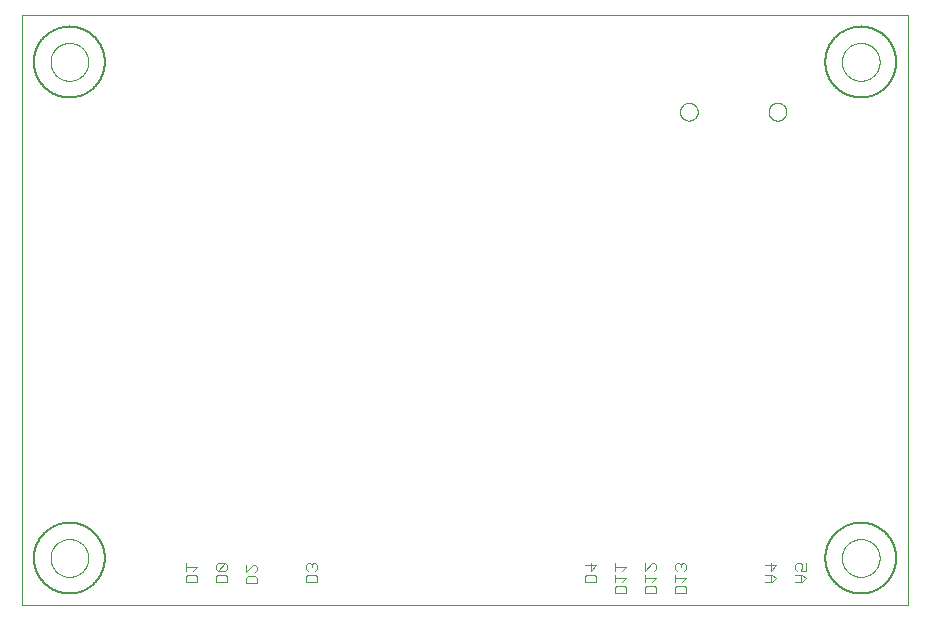
<source format=gbo>
G75*
%MOIN*%
%OFA0B0*%
%FSLAX25Y25*%
%IPPOS*%
%LPD*%
%AMOC8*
5,1,8,0,0,1.08239X$1,22.5*
%
%ADD10C,0.00000*%
%ADD11C,0.00400*%
%ADD12C,0.00709*%
D10*
X0048837Y0076492D02*
X0048837Y0273343D01*
X0344113Y0273343D01*
X0344113Y0076492D01*
X0048837Y0076492D01*
X0058286Y0092240D02*
X0058288Y0092398D01*
X0058294Y0092556D01*
X0058304Y0092714D01*
X0058318Y0092872D01*
X0058336Y0093029D01*
X0058357Y0093186D01*
X0058383Y0093342D01*
X0058413Y0093498D01*
X0058446Y0093653D01*
X0058484Y0093806D01*
X0058525Y0093959D01*
X0058570Y0094111D01*
X0058619Y0094262D01*
X0058672Y0094411D01*
X0058728Y0094559D01*
X0058788Y0094705D01*
X0058852Y0094850D01*
X0058920Y0094993D01*
X0058991Y0095135D01*
X0059065Y0095275D01*
X0059143Y0095412D01*
X0059225Y0095548D01*
X0059309Y0095682D01*
X0059398Y0095813D01*
X0059489Y0095942D01*
X0059584Y0096069D01*
X0059681Y0096194D01*
X0059782Y0096316D01*
X0059886Y0096435D01*
X0059993Y0096552D01*
X0060103Y0096666D01*
X0060216Y0096777D01*
X0060331Y0096886D01*
X0060449Y0096991D01*
X0060570Y0097093D01*
X0060693Y0097193D01*
X0060819Y0097289D01*
X0060947Y0097382D01*
X0061077Y0097472D01*
X0061210Y0097558D01*
X0061345Y0097642D01*
X0061481Y0097721D01*
X0061620Y0097798D01*
X0061761Y0097870D01*
X0061903Y0097940D01*
X0062047Y0098005D01*
X0062193Y0098067D01*
X0062340Y0098125D01*
X0062489Y0098180D01*
X0062639Y0098231D01*
X0062790Y0098278D01*
X0062942Y0098321D01*
X0063095Y0098360D01*
X0063250Y0098396D01*
X0063405Y0098427D01*
X0063561Y0098455D01*
X0063717Y0098479D01*
X0063874Y0098499D01*
X0064032Y0098515D01*
X0064189Y0098527D01*
X0064348Y0098535D01*
X0064506Y0098539D01*
X0064664Y0098539D01*
X0064822Y0098535D01*
X0064981Y0098527D01*
X0065138Y0098515D01*
X0065296Y0098499D01*
X0065453Y0098479D01*
X0065609Y0098455D01*
X0065765Y0098427D01*
X0065920Y0098396D01*
X0066075Y0098360D01*
X0066228Y0098321D01*
X0066380Y0098278D01*
X0066531Y0098231D01*
X0066681Y0098180D01*
X0066830Y0098125D01*
X0066977Y0098067D01*
X0067123Y0098005D01*
X0067267Y0097940D01*
X0067409Y0097870D01*
X0067550Y0097798D01*
X0067689Y0097721D01*
X0067825Y0097642D01*
X0067960Y0097558D01*
X0068093Y0097472D01*
X0068223Y0097382D01*
X0068351Y0097289D01*
X0068477Y0097193D01*
X0068600Y0097093D01*
X0068721Y0096991D01*
X0068839Y0096886D01*
X0068954Y0096777D01*
X0069067Y0096666D01*
X0069177Y0096552D01*
X0069284Y0096435D01*
X0069388Y0096316D01*
X0069489Y0096194D01*
X0069586Y0096069D01*
X0069681Y0095942D01*
X0069772Y0095813D01*
X0069861Y0095682D01*
X0069945Y0095548D01*
X0070027Y0095412D01*
X0070105Y0095275D01*
X0070179Y0095135D01*
X0070250Y0094993D01*
X0070318Y0094850D01*
X0070382Y0094705D01*
X0070442Y0094559D01*
X0070498Y0094411D01*
X0070551Y0094262D01*
X0070600Y0094111D01*
X0070645Y0093959D01*
X0070686Y0093806D01*
X0070724Y0093653D01*
X0070757Y0093498D01*
X0070787Y0093342D01*
X0070813Y0093186D01*
X0070834Y0093029D01*
X0070852Y0092872D01*
X0070866Y0092714D01*
X0070876Y0092556D01*
X0070882Y0092398D01*
X0070884Y0092240D01*
X0070882Y0092082D01*
X0070876Y0091924D01*
X0070866Y0091766D01*
X0070852Y0091608D01*
X0070834Y0091451D01*
X0070813Y0091294D01*
X0070787Y0091138D01*
X0070757Y0090982D01*
X0070724Y0090827D01*
X0070686Y0090674D01*
X0070645Y0090521D01*
X0070600Y0090369D01*
X0070551Y0090218D01*
X0070498Y0090069D01*
X0070442Y0089921D01*
X0070382Y0089775D01*
X0070318Y0089630D01*
X0070250Y0089487D01*
X0070179Y0089345D01*
X0070105Y0089205D01*
X0070027Y0089068D01*
X0069945Y0088932D01*
X0069861Y0088798D01*
X0069772Y0088667D01*
X0069681Y0088538D01*
X0069586Y0088411D01*
X0069489Y0088286D01*
X0069388Y0088164D01*
X0069284Y0088045D01*
X0069177Y0087928D01*
X0069067Y0087814D01*
X0068954Y0087703D01*
X0068839Y0087594D01*
X0068721Y0087489D01*
X0068600Y0087387D01*
X0068477Y0087287D01*
X0068351Y0087191D01*
X0068223Y0087098D01*
X0068093Y0087008D01*
X0067960Y0086922D01*
X0067825Y0086838D01*
X0067689Y0086759D01*
X0067550Y0086682D01*
X0067409Y0086610D01*
X0067267Y0086540D01*
X0067123Y0086475D01*
X0066977Y0086413D01*
X0066830Y0086355D01*
X0066681Y0086300D01*
X0066531Y0086249D01*
X0066380Y0086202D01*
X0066228Y0086159D01*
X0066075Y0086120D01*
X0065920Y0086084D01*
X0065765Y0086053D01*
X0065609Y0086025D01*
X0065453Y0086001D01*
X0065296Y0085981D01*
X0065138Y0085965D01*
X0064981Y0085953D01*
X0064822Y0085945D01*
X0064664Y0085941D01*
X0064506Y0085941D01*
X0064348Y0085945D01*
X0064189Y0085953D01*
X0064032Y0085965D01*
X0063874Y0085981D01*
X0063717Y0086001D01*
X0063561Y0086025D01*
X0063405Y0086053D01*
X0063250Y0086084D01*
X0063095Y0086120D01*
X0062942Y0086159D01*
X0062790Y0086202D01*
X0062639Y0086249D01*
X0062489Y0086300D01*
X0062340Y0086355D01*
X0062193Y0086413D01*
X0062047Y0086475D01*
X0061903Y0086540D01*
X0061761Y0086610D01*
X0061620Y0086682D01*
X0061481Y0086759D01*
X0061345Y0086838D01*
X0061210Y0086922D01*
X0061077Y0087008D01*
X0060947Y0087098D01*
X0060819Y0087191D01*
X0060693Y0087287D01*
X0060570Y0087387D01*
X0060449Y0087489D01*
X0060331Y0087594D01*
X0060216Y0087703D01*
X0060103Y0087814D01*
X0059993Y0087928D01*
X0059886Y0088045D01*
X0059782Y0088164D01*
X0059681Y0088286D01*
X0059584Y0088411D01*
X0059489Y0088538D01*
X0059398Y0088667D01*
X0059309Y0088798D01*
X0059225Y0088932D01*
X0059143Y0089068D01*
X0059065Y0089205D01*
X0058991Y0089345D01*
X0058920Y0089487D01*
X0058852Y0089630D01*
X0058788Y0089775D01*
X0058728Y0089921D01*
X0058672Y0090069D01*
X0058619Y0090218D01*
X0058570Y0090369D01*
X0058525Y0090521D01*
X0058484Y0090674D01*
X0058446Y0090827D01*
X0058413Y0090982D01*
X0058383Y0091138D01*
X0058357Y0091294D01*
X0058336Y0091451D01*
X0058318Y0091608D01*
X0058304Y0091766D01*
X0058294Y0091924D01*
X0058288Y0092082D01*
X0058286Y0092240D01*
X0268120Y0240992D02*
X0268122Y0241100D01*
X0268128Y0241209D01*
X0268138Y0241317D01*
X0268152Y0241424D01*
X0268170Y0241531D01*
X0268191Y0241638D01*
X0268217Y0241743D01*
X0268247Y0241848D01*
X0268280Y0241951D01*
X0268317Y0242053D01*
X0268358Y0242153D01*
X0268402Y0242252D01*
X0268451Y0242350D01*
X0268502Y0242445D01*
X0268557Y0242538D01*
X0268616Y0242630D01*
X0268678Y0242719D01*
X0268743Y0242806D01*
X0268811Y0242890D01*
X0268882Y0242972D01*
X0268956Y0243051D01*
X0269033Y0243127D01*
X0269113Y0243201D01*
X0269196Y0243271D01*
X0269281Y0243339D01*
X0269368Y0243403D01*
X0269458Y0243464D01*
X0269550Y0243522D01*
X0269644Y0243576D01*
X0269740Y0243627D01*
X0269837Y0243674D01*
X0269937Y0243718D01*
X0270038Y0243758D01*
X0270140Y0243794D01*
X0270243Y0243826D01*
X0270348Y0243855D01*
X0270454Y0243879D01*
X0270560Y0243900D01*
X0270667Y0243917D01*
X0270775Y0243930D01*
X0270883Y0243939D01*
X0270992Y0243944D01*
X0271100Y0243945D01*
X0271209Y0243942D01*
X0271317Y0243935D01*
X0271425Y0243924D01*
X0271532Y0243909D01*
X0271639Y0243890D01*
X0271745Y0243867D01*
X0271850Y0243841D01*
X0271955Y0243810D01*
X0272057Y0243776D01*
X0272159Y0243738D01*
X0272259Y0243696D01*
X0272358Y0243651D01*
X0272455Y0243602D01*
X0272549Y0243549D01*
X0272642Y0243493D01*
X0272733Y0243434D01*
X0272822Y0243371D01*
X0272908Y0243306D01*
X0272992Y0243237D01*
X0273073Y0243165D01*
X0273151Y0243090D01*
X0273227Y0243012D01*
X0273300Y0242931D01*
X0273370Y0242848D01*
X0273436Y0242763D01*
X0273500Y0242675D01*
X0273560Y0242584D01*
X0273617Y0242492D01*
X0273670Y0242397D01*
X0273720Y0242301D01*
X0273766Y0242203D01*
X0273809Y0242103D01*
X0273848Y0242002D01*
X0273883Y0241899D01*
X0273915Y0241796D01*
X0273942Y0241691D01*
X0273966Y0241585D01*
X0273986Y0241478D01*
X0274002Y0241371D01*
X0274014Y0241263D01*
X0274022Y0241155D01*
X0274026Y0241046D01*
X0274026Y0240938D01*
X0274022Y0240829D01*
X0274014Y0240721D01*
X0274002Y0240613D01*
X0273986Y0240506D01*
X0273966Y0240399D01*
X0273942Y0240293D01*
X0273915Y0240188D01*
X0273883Y0240085D01*
X0273848Y0239982D01*
X0273809Y0239881D01*
X0273766Y0239781D01*
X0273720Y0239683D01*
X0273670Y0239587D01*
X0273617Y0239492D01*
X0273560Y0239400D01*
X0273500Y0239309D01*
X0273436Y0239221D01*
X0273370Y0239136D01*
X0273300Y0239053D01*
X0273227Y0238972D01*
X0273151Y0238894D01*
X0273073Y0238819D01*
X0272992Y0238747D01*
X0272908Y0238678D01*
X0272822Y0238613D01*
X0272733Y0238550D01*
X0272642Y0238491D01*
X0272550Y0238435D01*
X0272455Y0238382D01*
X0272358Y0238333D01*
X0272259Y0238288D01*
X0272159Y0238246D01*
X0272057Y0238208D01*
X0271955Y0238174D01*
X0271850Y0238143D01*
X0271745Y0238117D01*
X0271639Y0238094D01*
X0271532Y0238075D01*
X0271425Y0238060D01*
X0271317Y0238049D01*
X0271209Y0238042D01*
X0271100Y0238039D01*
X0270992Y0238040D01*
X0270883Y0238045D01*
X0270775Y0238054D01*
X0270667Y0238067D01*
X0270560Y0238084D01*
X0270454Y0238105D01*
X0270348Y0238129D01*
X0270243Y0238158D01*
X0270140Y0238190D01*
X0270038Y0238226D01*
X0269937Y0238266D01*
X0269837Y0238310D01*
X0269740Y0238357D01*
X0269644Y0238408D01*
X0269550Y0238462D01*
X0269458Y0238520D01*
X0269368Y0238581D01*
X0269281Y0238645D01*
X0269196Y0238713D01*
X0269113Y0238783D01*
X0269033Y0238857D01*
X0268956Y0238933D01*
X0268882Y0239012D01*
X0268811Y0239094D01*
X0268743Y0239178D01*
X0268678Y0239265D01*
X0268616Y0239354D01*
X0268557Y0239446D01*
X0268502Y0239539D01*
X0268451Y0239634D01*
X0268402Y0239732D01*
X0268358Y0239831D01*
X0268317Y0239931D01*
X0268280Y0240033D01*
X0268247Y0240136D01*
X0268217Y0240241D01*
X0268191Y0240346D01*
X0268170Y0240453D01*
X0268152Y0240560D01*
X0268138Y0240667D01*
X0268128Y0240775D01*
X0268122Y0240884D01*
X0268120Y0240992D01*
X0297648Y0240992D02*
X0297650Y0241100D01*
X0297656Y0241209D01*
X0297666Y0241317D01*
X0297680Y0241424D01*
X0297698Y0241531D01*
X0297719Y0241638D01*
X0297745Y0241743D01*
X0297775Y0241848D01*
X0297808Y0241951D01*
X0297845Y0242053D01*
X0297886Y0242153D01*
X0297930Y0242252D01*
X0297979Y0242350D01*
X0298030Y0242445D01*
X0298085Y0242538D01*
X0298144Y0242630D01*
X0298206Y0242719D01*
X0298271Y0242806D01*
X0298339Y0242890D01*
X0298410Y0242972D01*
X0298484Y0243051D01*
X0298561Y0243127D01*
X0298641Y0243201D01*
X0298724Y0243271D01*
X0298809Y0243339D01*
X0298896Y0243403D01*
X0298986Y0243464D01*
X0299078Y0243522D01*
X0299172Y0243576D01*
X0299268Y0243627D01*
X0299365Y0243674D01*
X0299465Y0243718D01*
X0299566Y0243758D01*
X0299668Y0243794D01*
X0299771Y0243826D01*
X0299876Y0243855D01*
X0299982Y0243879D01*
X0300088Y0243900D01*
X0300195Y0243917D01*
X0300303Y0243930D01*
X0300411Y0243939D01*
X0300520Y0243944D01*
X0300628Y0243945D01*
X0300737Y0243942D01*
X0300845Y0243935D01*
X0300953Y0243924D01*
X0301060Y0243909D01*
X0301167Y0243890D01*
X0301273Y0243867D01*
X0301378Y0243841D01*
X0301483Y0243810D01*
X0301585Y0243776D01*
X0301687Y0243738D01*
X0301787Y0243696D01*
X0301886Y0243651D01*
X0301983Y0243602D01*
X0302077Y0243549D01*
X0302170Y0243493D01*
X0302261Y0243434D01*
X0302350Y0243371D01*
X0302436Y0243306D01*
X0302520Y0243237D01*
X0302601Y0243165D01*
X0302679Y0243090D01*
X0302755Y0243012D01*
X0302828Y0242931D01*
X0302898Y0242848D01*
X0302964Y0242763D01*
X0303028Y0242675D01*
X0303088Y0242584D01*
X0303145Y0242492D01*
X0303198Y0242397D01*
X0303248Y0242301D01*
X0303294Y0242203D01*
X0303337Y0242103D01*
X0303376Y0242002D01*
X0303411Y0241899D01*
X0303443Y0241796D01*
X0303470Y0241691D01*
X0303494Y0241585D01*
X0303514Y0241478D01*
X0303530Y0241371D01*
X0303542Y0241263D01*
X0303550Y0241155D01*
X0303554Y0241046D01*
X0303554Y0240938D01*
X0303550Y0240829D01*
X0303542Y0240721D01*
X0303530Y0240613D01*
X0303514Y0240506D01*
X0303494Y0240399D01*
X0303470Y0240293D01*
X0303443Y0240188D01*
X0303411Y0240085D01*
X0303376Y0239982D01*
X0303337Y0239881D01*
X0303294Y0239781D01*
X0303248Y0239683D01*
X0303198Y0239587D01*
X0303145Y0239492D01*
X0303088Y0239400D01*
X0303028Y0239309D01*
X0302964Y0239221D01*
X0302898Y0239136D01*
X0302828Y0239053D01*
X0302755Y0238972D01*
X0302679Y0238894D01*
X0302601Y0238819D01*
X0302520Y0238747D01*
X0302436Y0238678D01*
X0302350Y0238613D01*
X0302261Y0238550D01*
X0302170Y0238491D01*
X0302078Y0238435D01*
X0301983Y0238382D01*
X0301886Y0238333D01*
X0301787Y0238288D01*
X0301687Y0238246D01*
X0301585Y0238208D01*
X0301483Y0238174D01*
X0301378Y0238143D01*
X0301273Y0238117D01*
X0301167Y0238094D01*
X0301060Y0238075D01*
X0300953Y0238060D01*
X0300845Y0238049D01*
X0300737Y0238042D01*
X0300628Y0238039D01*
X0300520Y0238040D01*
X0300411Y0238045D01*
X0300303Y0238054D01*
X0300195Y0238067D01*
X0300088Y0238084D01*
X0299982Y0238105D01*
X0299876Y0238129D01*
X0299771Y0238158D01*
X0299668Y0238190D01*
X0299566Y0238226D01*
X0299465Y0238266D01*
X0299365Y0238310D01*
X0299268Y0238357D01*
X0299172Y0238408D01*
X0299078Y0238462D01*
X0298986Y0238520D01*
X0298896Y0238581D01*
X0298809Y0238645D01*
X0298724Y0238713D01*
X0298641Y0238783D01*
X0298561Y0238857D01*
X0298484Y0238933D01*
X0298410Y0239012D01*
X0298339Y0239094D01*
X0298271Y0239178D01*
X0298206Y0239265D01*
X0298144Y0239354D01*
X0298085Y0239446D01*
X0298030Y0239539D01*
X0297979Y0239634D01*
X0297930Y0239732D01*
X0297886Y0239831D01*
X0297845Y0239931D01*
X0297808Y0240033D01*
X0297775Y0240136D01*
X0297745Y0240241D01*
X0297719Y0240346D01*
X0297698Y0240453D01*
X0297680Y0240560D01*
X0297666Y0240667D01*
X0297656Y0240775D01*
X0297650Y0240884D01*
X0297648Y0240992D01*
X0322066Y0257594D02*
X0322068Y0257752D01*
X0322074Y0257910D01*
X0322084Y0258068D01*
X0322098Y0258226D01*
X0322116Y0258383D01*
X0322137Y0258540D01*
X0322163Y0258696D01*
X0322193Y0258852D01*
X0322226Y0259007D01*
X0322264Y0259160D01*
X0322305Y0259313D01*
X0322350Y0259465D01*
X0322399Y0259616D01*
X0322452Y0259765D01*
X0322508Y0259913D01*
X0322568Y0260059D01*
X0322632Y0260204D01*
X0322700Y0260347D01*
X0322771Y0260489D01*
X0322845Y0260629D01*
X0322923Y0260766D01*
X0323005Y0260902D01*
X0323089Y0261036D01*
X0323178Y0261167D01*
X0323269Y0261296D01*
X0323364Y0261423D01*
X0323461Y0261548D01*
X0323562Y0261670D01*
X0323666Y0261789D01*
X0323773Y0261906D01*
X0323883Y0262020D01*
X0323996Y0262131D01*
X0324111Y0262240D01*
X0324229Y0262345D01*
X0324350Y0262447D01*
X0324473Y0262547D01*
X0324599Y0262643D01*
X0324727Y0262736D01*
X0324857Y0262826D01*
X0324990Y0262912D01*
X0325125Y0262996D01*
X0325261Y0263075D01*
X0325400Y0263152D01*
X0325541Y0263224D01*
X0325683Y0263294D01*
X0325827Y0263359D01*
X0325973Y0263421D01*
X0326120Y0263479D01*
X0326269Y0263534D01*
X0326419Y0263585D01*
X0326570Y0263632D01*
X0326722Y0263675D01*
X0326875Y0263714D01*
X0327030Y0263750D01*
X0327185Y0263781D01*
X0327341Y0263809D01*
X0327497Y0263833D01*
X0327654Y0263853D01*
X0327812Y0263869D01*
X0327969Y0263881D01*
X0328128Y0263889D01*
X0328286Y0263893D01*
X0328444Y0263893D01*
X0328602Y0263889D01*
X0328761Y0263881D01*
X0328918Y0263869D01*
X0329076Y0263853D01*
X0329233Y0263833D01*
X0329389Y0263809D01*
X0329545Y0263781D01*
X0329700Y0263750D01*
X0329855Y0263714D01*
X0330008Y0263675D01*
X0330160Y0263632D01*
X0330311Y0263585D01*
X0330461Y0263534D01*
X0330610Y0263479D01*
X0330757Y0263421D01*
X0330903Y0263359D01*
X0331047Y0263294D01*
X0331189Y0263224D01*
X0331330Y0263152D01*
X0331469Y0263075D01*
X0331605Y0262996D01*
X0331740Y0262912D01*
X0331873Y0262826D01*
X0332003Y0262736D01*
X0332131Y0262643D01*
X0332257Y0262547D01*
X0332380Y0262447D01*
X0332501Y0262345D01*
X0332619Y0262240D01*
X0332734Y0262131D01*
X0332847Y0262020D01*
X0332957Y0261906D01*
X0333064Y0261789D01*
X0333168Y0261670D01*
X0333269Y0261548D01*
X0333366Y0261423D01*
X0333461Y0261296D01*
X0333552Y0261167D01*
X0333641Y0261036D01*
X0333725Y0260902D01*
X0333807Y0260766D01*
X0333885Y0260629D01*
X0333959Y0260489D01*
X0334030Y0260347D01*
X0334098Y0260204D01*
X0334162Y0260059D01*
X0334222Y0259913D01*
X0334278Y0259765D01*
X0334331Y0259616D01*
X0334380Y0259465D01*
X0334425Y0259313D01*
X0334466Y0259160D01*
X0334504Y0259007D01*
X0334537Y0258852D01*
X0334567Y0258696D01*
X0334593Y0258540D01*
X0334614Y0258383D01*
X0334632Y0258226D01*
X0334646Y0258068D01*
X0334656Y0257910D01*
X0334662Y0257752D01*
X0334664Y0257594D01*
X0334662Y0257436D01*
X0334656Y0257278D01*
X0334646Y0257120D01*
X0334632Y0256962D01*
X0334614Y0256805D01*
X0334593Y0256648D01*
X0334567Y0256492D01*
X0334537Y0256336D01*
X0334504Y0256181D01*
X0334466Y0256028D01*
X0334425Y0255875D01*
X0334380Y0255723D01*
X0334331Y0255572D01*
X0334278Y0255423D01*
X0334222Y0255275D01*
X0334162Y0255129D01*
X0334098Y0254984D01*
X0334030Y0254841D01*
X0333959Y0254699D01*
X0333885Y0254559D01*
X0333807Y0254422D01*
X0333725Y0254286D01*
X0333641Y0254152D01*
X0333552Y0254021D01*
X0333461Y0253892D01*
X0333366Y0253765D01*
X0333269Y0253640D01*
X0333168Y0253518D01*
X0333064Y0253399D01*
X0332957Y0253282D01*
X0332847Y0253168D01*
X0332734Y0253057D01*
X0332619Y0252948D01*
X0332501Y0252843D01*
X0332380Y0252741D01*
X0332257Y0252641D01*
X0332131Y0252545D01*
X0332003Y0252452D01*
X0331873Y0252362D01*
X0331740Y0252276D01*
X0331605Y0252192D01*
X0331469Y0252113D01*
X0331330Y0252036D01*
X0331189Y0251964D01*
X0331047Y0251894D01*
X0330903Y0251829D01*
X0330757Y0251767D01*
X0330610Y0251709D01*
X0330461Y0251654D01*
X0330311Y0251603D01*
X0330160Y0251556D01*
X0330008Y0251513D01*
X0329855Y0251474D01*
X0329700Y0251438D01*
X0329545Y0251407D01*
X0329389Y0251379D01*
X0329233Y0251355D01*
X0329076Y0251335D01*
X0328918Y0251319D01*
X0328761Y0251307D01*
X0328602Y0251299D01*
X0328444Y0251295D01*
X0328286Y0251295D01*
X0328128Y0251299D01*
X0327969Y0251307D01*
X0327812Y0251319D01*
X0327654Y0251335D01*
X0327497Y0251355D01*
X0327341Y0251379D01*
X0327185Y0251407D01*
X0327030Y0251438D01*
X0326875Y0251474D01*
X0326722Y0251513D01*
X0326570Y0251556D01*
X0326419Y0251603D01*
X0326269Y0251654D01*
X0326120Y0251709D01*
X0325973Y0251767D01*
X0325827Y0251829D01*
X0325683Y0251894D01*
X0325541Y0251964D01*
X0325400Y0252036D01*
X0325261Y0252113D01*
X0325125Y0252192D01*
X0324990Y0252276D01*
X0324857Y0252362D01*
X0324727Y0252452D01*
X0324599Y0252545D01*
X0324473Y0252641D01*
X0324350Y0252741D01*
X0324229Y0252843D01*
X0324111Y0252948D01*
X0323996Y0253057D01*
X0323883Y0253168D01*
X0323773Y0253282D01*
X0323666Y0253399D01*
X0323562Y0253518D01*
X0323461Y0253640D01*
X0323364Y0253765D01*
X0323269Y0253892D01*
X0323178Y0254021D01*
X0323089Y0254152D01*
X0323005Y0254286D01*
X0322923Y0254422D01*
X0322845Y0254559D01*
X0322771Y0254699D01*
X0322700Y0254841D01*
X0322632Y0254984D01*
X0322568Y0255129D01*
X0322508Y0255275D01*
X0322452Y0255423D01*
X0322399Y0255572D01*
X0322350Y0255723D01*
X0322305Y0255875D01*
X0322264Y0256028D01*
X0322226Y0256181D01*
X0322193Y0256336D01*
X0322163Y0256492D01*
X0322137Y0256648D01*
X0322116Y0256805D01*
X0322098Y0256962D01*
X0322084Y0257120D01*
X0322074Y0257278D01*
X0322068Y0257436D01*
X0322066Y0257594D01*
X0322066Y0092240D02*
X0322068Y0092398D01*
X0322074Y0092556D01*
X0322084Y0092714D01*
X0322098Y0092872D01*
X0322116Y0093029D01*
X0322137Y0093186D01*
X0322163Y0093342D01*
X0322193Y0093498D01*
X0322226Y0093653D01*
X0322264Y0093806D01*
X0322305Y0093959D01*
X0322350Y0094111D01*
X0322399Y0094262D01*
X0322452Y0094411D01*
X0322508Y0094559D01*
X0322568Y0094705D01*
X0322632Y0094850D01*
X0322700Y0094993D01*
X0322771Y0095135D01*
X0322845Y0095275D01*
X0322923Y0095412D01*
X0323005Y0095548D01*
X0323089Y0095682D01*
X0323178Y0095813D01*
X0323269Y0095942D01*
X0323364Y0096069D01*
X0323461Y0096194D01*
X0323562Y0096316D01*
X0323666Y0096435D01*
X0323773Y0096552D01*
X0323883Y0096666D01*
X0323996Y0096777D01*
X0324111Y0096886D01*
X0324229Y0096991D01*
X0324350Y0097093D01*
X0324473Y0097193D01*
X0324599Y0097289D01*
X0324727Y0097382D01*
X0324857Y0097472D01*
X0324990Y0097558D01*
X0325125Y0097642D01*
X0325261Y0097721D01*
X0325400Y0097798D01*
X0325541Y0097870D01*
X0325683Y0097940D01*
X0325827Y0098005D01*
X0325973Y0098067D01*
X0326120Y0098125D01*
X0326269Y0098180D01*
X0326419Y0098231D01*
X0326570Y0098278D01*
X0326722Y0098321D01*
X0326875Y0098360D01*
X0327030Y0098396D01*
X0327185Y0098427D01*
X0327341Y0098455D01*
X0327497Y0098479D01*
X0327654Y0098499D01*
X0327812Y0098515D01*
X0327969Y0098527D01*
X0328128Y0098535D01*
X0328286Y0098539D01*
X0328444Y0098539D01*
X0328602Y0098535D01*
X0328761Y0098527D01*
X0328918Y0098515D01*
X0329076Y0098499D01*
X0329233Y0098479D01*
X0329389Y0098455D01*
X0329545Y0098427D01*
X0329700Y0098396D01*
X0329855Y0098360D01*
X0330008Y0098321D01*
X0330160Y0098278D01*
X0330311Y0098231D01*
X0330461Y0098180D01*
X0330610Y0098125D01*
X0330757Y0098067D01*
X0330903Y0098005D01*
X0331047Y0097940D01*
X0331189Y0097870D01*
X0331330Y0097798D01*
X0331469Y0097721D01*
X0331605Y0097642D01*
X0331740Y0097558D01*
X0331873Y0097472D01*
X0332003Y0097382D01*
X0332131Y0097289D01*
X0332257Y0097193D01*
X0332380Y0097093D01*
X0332501Y0096991D01*
X0332619Y0096886D01*
X0332734Y0096777D01*
X0332847Y0096666D01*
X0332957Y0096552D01*
X0333064Y0096435D01*
X0333168Y0096316D01*
X0333269Y0096194D01*
X0333366Y0096069D01*
X0333461Y0095942D01*
X0333552Y0095813D01*
X0333641Y0095682D01*
X0333725Y0095548D01*
X0333807Y0095412D01*
X0333885Y0095275D01*
X0333959Y0095135D01*
X0334030Y0094993D01*
X0334098Y0094850D01*
X0334162Y0094705D01*
X0334222Y0094559D01*
X0334278Y0094411D01*
X0334331Y0094262D01*
X0334380Y0094111D01*
X0334425Y0093959D01*
X0334466Y0093806D01*
X0334504Y0093653D01*
X0334537Y0093498D01*
X0334567Y0093342D01*
X0334593Y0093186D01*
X0334614Y0093029D01*
X0334632Y0092872D01*
X0334646Y0092714D01*
X0334656Y0092556D01*
X0334662Y0092398D01*
X0334664Y0092240D01*
X0334662Y0092082D01*
X0334656Y0091924D01*
X0334646Y0091766D01*
X0334632Y0091608D01*
X0334614Y0091451D01*
X0334593Y0091294D01*
X0334567Y0091138D01*
X0334537Y0090982D01*
X0334504Y0090827D01*
X0334466Y0090674D01*
X0334425Y0090521D01*
X0334380Y0090369D01*
X0334331Y0090218D01*
X0334278Y0090069D01*
X0334222Y0089921D01*
X0334162Y0089775D01*
X0334098Y0089630D01*
X0334030Y0089487D01*
X0333959Y0089345D01*
X0333885Y0089205D01*
X0333807Y0089068D01*
X0333725Y0088932D01*
X0333641Y0088798D01*
X0333552Y0088667D01*
X0333461Y0088538D01*
X0333366Y0088411D01*
X0333269Y0088286D01*
X0333168Y0088164D01*
X0333064Y0088045D01*
X0332957Y0087928D01*
X0332847Y0087814D01*
X0332734Y0087703D01*
X0332619Y0087594D01*
X0332501Y0087489D01*
X0332380Y0087387D01*
X0332257Y0087287D01*
X0332131Y0087191D01*
X0332003Y0087098D01*
X0331873Y0087008D01*
X0331740Y0086922D01*
X0331605Y0086838D01*
X0331469Y0086759D01*
X0331330Y0086682D01*
X0331189Y0086610D01*
X0331047Y0086540D01*
X0330903Y0086475D01*
X0330757Y0086413D01*
X0330610Y0086355D01*
X0330461Y0086300D01*
X0330311Y0086249D01*
X0330160Y0086202D01*
X0330008Y0086159D01*
X0329855Y0086120D01*
X0329700Y0086084D01*
X0329545Y0086053D01*
X0329389Y0086025D01*
X0329233Y0086001D01*
X0329076Y0085981D01*
X0328918Y0085965D01*
X0328761Y0085953D01*
X0328602Y0085945D01*
X0328444Y0085941D01*
X0328286Y0085941D01*
X0328128Y0085945D01*
X0327969Y0085953D01*
X0327812Y0085965D01*
X0327654Y0085981D01*
X0327497Y0086001D01*
X0327341Y0086025D01*
X0327185Y0086053D01*
X0327030Y0086084D01*
X0326875Y0086120D01*
X0326722Y0086159D01*
X0326570Y0086202D01*
X0326419Y0086249D01*
X0326269Y0086300D01*
X0326120Y0086355D01*
X0325973Y0086413D01*
X0325827Y0086475D01*
X0325683Y0086540D01*
X0325541Y0086610D01*
X0325400Y0086682D01*
X0325261Y0086759D01*
X0325125Y0086838D01*
X0324990Y0086922D01*
X0324857Y0087008D01*
X0324727Y0087098D01*
X0324599Y0087191D01*
X0324473Y0087287D01*
X0324350Y0087387D01*
X0324229Y0087489D01*
X0324111Y0087594D01*
X0323996Y0087703D01*
X0323883Y0087814D01*
X0323773Y0087928D01*
X0323666Y0088045D01*
X0323562Y0088164D01*
X0323461Y0088286D01*
X0323364Y0088411D01*
X0323269Y0088538D01*
X0323178Y0088667D01*
X0323089Y0088798D01*
X0323005Y0088932D01*
X0322923Y0089068D01*
X0322845Y0089205D01*
X0322771Y0089345D01*
X0322700Y0089487D01*
X0322632Y0089630D01*
X0322568Y0089775D01*
X0322508Y0089921D01*
X0322452Y0090069D01*
X0322399Y0090218D01*
X0322350Y0090369D01*
X0322305Y0090521D01*
X0322264Y0090674D01*
X0322226Y0090827D01*
X0322193Y0090982D01*
X0322163Y0091138D01*
X0322137Y0091294D01*
X0322116Y0091451D01*
X0322098Y0091608D01*
X0322084Y0091766D01*
X0322074Y0091924D01*
X0322068Y0092082D01*
X0322066Y0092240D01*
X0058286Y0257594D02*
X0058288Y0257752D01*
X0058294Y0257910D01*
X0058304Y0258068D01*
X0058318Y0258226D01*
X0058336Y0258383D01*
X0058357Y0258540D01*
X0058383Y0258696D01*
X0058413Y0258852D01*
X0058446Y0259007D01*
X0058484Y0259160D01*
X0058525Y0259313D01*
X0058570Y0259465D01*
X0058619Y0259616D01*
X0058672Y0259765D01*
X0058728Y0259913D01*
X0058788Y0260059D01*
X0058852Y0260204D01*
X0058920Y0260347D01*
X0058991Y0260489D01*
X0059065Y0260629D01*
X0059143Y0260766D01*
X0059225Y0260902D01*
X0059309Y0261036D01*
X0059398Y0261167D01*
X0059489Y0261296D01*
X0059584Y0261423D01*
X0059681Y0261548D01*
X0059782Y0261670D01*
X0059886Y0261789D01*
X0059993Y0261906D01*
X0060103Y0262020D01*
X0060216Y0262131D01*
X0060331Y0262240D01*
X0060449Y0262345D01*
X0060570Y0262447D01*
X0060693Y0262547D01*
X0060819Y0262643D01*
X0060947Y0262736D01*
X0061077Y0262826D01*
X0061210Y0262912D01*
X0061345Y0262996D01*
X0061481Y0263075D01*
X0061620Y0263152D01*
X0061761Y0263224D01*
X0061903Y0263294D01*
X0062047Y0263359D01*
X0062193Y0263421D01*
X0062340Y0263479D01*
X0062489Y0263534D01*
X0062639Y0263585D01*
X0062790Y0263632D01*
X0062942Y0263675D01*
X0063095Y0263714D01*
X0063250Y0263750D01*
X0063405Y0263781D01*
X0063561Y0263809D01*
X0063717Y0263833D01*
X0063874Y0263853D01*
X0064032Y0263869D01*
X0064189Y0263881D01*
X0064348Y0263889D01*
X0064506Y0263893D01*
X0064664Y0263893D01*
X0064822Y0263889D01*
X0064981Y0263881D01*
X0065138Y0263869D01*
X0065296Y0263853D01*
X0065453Y0263833D01*
X0065609Y0263809D01*
X0065765Y0263781D01*
X0065920Y0263750D01*
X0066075Y0263714D01*
X0066228Y0263675D01*
X0066380Y0263632D01*
X0066531Y0263585D01*
X0066681Y0263534D01*
X0066830Y0263479D01*
X0066977Y0263421D01*
X0067123Y0263359D01*
X0067267Y0263294D01*
X0067409Y0263224D01*
X0067550Y0263152D01*
X0067689Y0263075D01*
X0067825Y0262996D01*
X0067960Y0262912D01*
X0068093Y0262826D01*
X0068223Y0262736D01*
X0068351Y0262643D01*
X0068477Y0262547D01*
X0068600Y0262447D01*
X0068721Y0262345D01*
X0068839Y0262240D01*
X0068954Y0262131D01*
X0069067Y0262020D01*
X0069177Y0261906D01*
X0069284Y0261789D01*
X0069388Y0261670D01*
X0069489Y0261548D01*
X0069586Y0261423D01*
X0069681Y0261296D01*
X0069772Y0261167D01*
X0069861Y0261036D01*
X0069945Y0260902D01*
X0070027Y0260766D01*
X0070105Y0260629D01*
X0070179Y0260489D01*
X0070250Y0260347D01*
X0070318Y0260204D01*
X0070382Y0260059D01*
X0070442Y0259913D01*
X0070498Y0259765D01*
X0070551Y0259616D01*
X0070600Y0259465D01*
X0070645Y0259313D01*
X0070686Y0259160D01*
X0070724Y0259007D01*
X0070757Y0258852D01*
X0070787Y0258696D01*
X0070813Y0258540D01*
X0070834Y0258383D01*
X0070852Y0258226D01*
X0070866Y0258068D01*
X0070876Y0257910D01*
X0070882Y0257752D01*
X0070884Y0257594D01*
X0070882Y0257436D01*
X0070876Y0257278D01*
X0070866Y0257120D01*
X0070852Y0256962D01*
X0070834Y0256805D01*
X0070813Y0256648D01*
X0070787Y0256492D01*
X0070757Y0256336D01*
X0070724Y0256181D01*
X0070686Y0256028D01*
X0070645Y0255875D01*
X0070600Y0255723D01*
X0070551Y0255572D01*
X0070498Y0255423D01*
X0070442Y0255275D01*
X0070382Y0255129D01*
X0070318Y0254984D01*
X0070250Y0254841D01*
X0070179Y0254699D01*
X0070105Y0254559D01*
X0070027Y0254422D01*
X0069945Y0254286D01*
X0069861Y0254152D01*
X0069772Y0254021D01*
X0069681Y0253892D01*
X0069586Y0253765D01*
X0069489Y0253640D01*
X0069388Y0253518D01*
X0069284Y0253399D01*
X0069177Y0253282D01*
X0069067Y0253168D01*
X0068954Y0253057D01*
X0068839Y0252948D01*
X0068721Y0252843D01*
X0068600Y0252741D01*
X0068477Y0252641D01*
X0068351Y0252545D01*
X0068223Y0252452D01*
X0068093Y0252362D01*
X0067960Y0252276D01*
X0067825Y0252192D01*
X0067689Y0252113D01*
X0067550Y0252036D01*
X0067409Y0251964D01*
X0067267Y0251894D01*
X0067123Y0251829D01*
X0066977Y0251767D01*
X0066830Y0251709D01*
X0066681Y0251654D01*
X0066531Y0251603D01*
X0066380Y0251556D01*
X0066228Y0251513D01*
X0066075Y0251474D01*
X0065920Y0251438D01*
X0065765Y0251407D01*
X0065609Y0251379D01*
X0065453Y0251355D01*
X0065296Y0251335D01*
X0065138Y0251319D01*
X0064981Y0251307D01*
X0064822Y0251299D01*
X0064664Y0251295D01*
X0064506Y0251295D01*
X0064348Y0251299D01*
X0064189Y0251307D01*
X0064032Y0251319D01*
X0063874Y0251335D01*
X0063717Y0251355D01*
X0063561Y0251379D01*
X0063405Y0251407D01*
X0063250Y0251438D01*
X0063095Y0251474D01*
X0062942Y0251513D01*
X0062790Y0251556D01*
X0062639Y0251603D01*
X0062489Y0251654D01*
X0062340Y0251709D01*
X0062193Y0251767D01*
X0062047Y0251829D01*
X0061903Y0251894D01*
X0061761Y0251964D01*
X0061620Y0252036D01*
X0061481Y0252113D01*
X0061345Y0252192D01*
X0061210Y0252276D01*
X0061077Y0252362D01*
X0060947Y0252452D01*
X0060819Y0252545D01*
X0060693Y0252641D01*
X0060570Y0252741D01*
X0060449Y0252843D01*
X0060331Y0252948D01*
X0060216Y0253057D01*
X0060103Y0253168D01*
X0059993Y0253282D01*
X0059886Y0253399D01*
X0059782Y0253518D01*
X0059681Y0253640D01*
X0059584Y0253765D01*
X0059489Y0253892D01*
X0059398Y0254021D01*
X0059309Y0254152D01*
X0059225Y0254286D01*
X0059143Y0254422D01*
X0059065Y0254559D01*
X0058991Y0254699D01*
X0058920Y0254841D01*
X0058852Y0254984D01*
X0058788Y0255129D01*
X0058728Y0255275D01*
X0058672Y0255423D01*
X0058619Y0255572D01*
X0058570Y0255723D01*
X0058525Y0255875D01*
X0058484Y0256028D01*
X0058446Y0256181D01*
X0058413Y0256336D01*
X0058383Y0256492D01*
X0058357Y0256648D01*
X0058336Y0256805D01*
X0058318Y0256962D01*
X0058304Y0257120D01*
X0058294Y0257278D01*
X0058288Y0257436D01*
X0058286Y0257594D01*
D11*
X0103537Y0090411D02*
X0103537Y0088009D01*
X0103537Y0089210D02*
X0107140Y0089210D01*
X0105939Y0088009D01*
X0106540Y0086728D02*
X0107140Y0086127D01*
X0107140Y0084326D01*
X0103537Y0084326D01*
X0103537Y0086127D01*
X0104138Y0086728D01*
X0106540Y0086728D01*
X0113537Y0086127D02*
X0114138Y0086728D01*
X0116540Y0086728D01*
X0117140Y0086127D01*
X0117140Y0084326D01*
X0113537Y0084326D01*
X0113537Y0086127D01*
X0114138Y0088009D02*
X0116540Y0090411D01*
X0114138Y0090411D01*
X0113537Y0089811D01*
X0113537Y0088609D01*
X0114138Y0088009D01*
X0116540Y0088009D01*
X0117140Y0088609D01*
X0117140Y0089811D01*
X0116540Y0090411D01*
X0123537Y0089911D02*
X0123537Y0087509D01*
X0125939Y0089911D01*
X0126540Y0089911D01*
X0127140Y0089311D01*
X0127140Y0088109D01*
X0126540Y0087509D01*
X0126540Y0086228D02*
X0127140Y0085627D01*
X0127140Y0083826D01*
X0123537Y0083826D01*
X0123537Y0085627D01*
X0124138Y0086228D01*
X0126540Y0086228D01*
X0143537Y0086127D02*
X0144138Y0086728D01*
X0146540Y0086728D01*
X0147140Y0086127D01*
X0147140Y0084326D01*
X0143537Y0084326D01*
X0143537Y0086127D01*
X0144138Y0088009D02*
X0143537Y0088609D01*
X0143537Y0089811D01*
X0144138Y0090411D01*
X0144738Y0090411D01*
X0145339Y0089811D01*
X0145339Y0089210D01*
X0145339Y0089811D02*
X0145939Y0090411D01*
X0146540Y0090411D01*
X0147140Y0089811D01*
X0147140Y0088609D01*
X0146540Y0088009D01*
X0236537Y0089811D02*
X0240140Y0089811D01*
X0238339Y0088009D01*
X0238339Y0090411D01*
X0239540Y0086728D02*
X0240140Y0086127D01*
X0240140Y0084326D01*
X0236537Y0084326D01*
X0236537Y0086127D01*
X0237138Y0086728D01*
X0239540Y0086728D01*
X0246537Y0086728D02*
X0246537Y0084326D01*
X0246537Y0085527D02*
X0250140Y0085527D01*
X0248939Y0084326D01*
X0249540Y0083045D02*
X0250140Y0082444D01*
X0250140Y0080643D01*
X0246537Y0080643D01*
X0246537Y0082444D01*
X0247138Y0083045D01*
X0249540Y0083045D01*
X0248939Y0088009D02*
X0250140Y0089210D01*
X0246537Y0089210D01*
X0246537Y0088009D02*
X0246537Y0090411D01*
X0256537Y0090411D02*
X0256537Y0088009D01*
X0258939Y0090411D01*
X0259540Y0090411D01*
X0260140Y0089811D01*
X0260140Y0088609D01*
X0259540Y0088009D01*
X0260140Y0085527D02*
X0256537Y0085527D01*
X0256537Y0084326D02*
X0256537Y0086728D01*
X0258939Y0084326D02*
X0260140Y0085527D01*
X0259540Y0083045D02*
X0260140Y0082444D01*
X0260140Y0080643D01*
X0256537Y0080643D01*
X0256537Y0082444D01*
X0257138Y0083045D01*
X0259540Y0083045D01*
X0266537Y0082444D02*
X0267138Y0083045D01*
X0269540Y0083045D01*
X0270140Y0082444D01*
X0270140Y0080643D01*
X0266537Y0080643D01*
X0266537Y0082444D01*
X0266537Y0084326D02*
X0266537Y0086728D01*
X0266537Y0085527D02*
X0270140Y0085527D01*
X0268939Y0084326D01*
X0269540Y0088009D02*
X0270140Y0088609D01*
X0270140Y0089811D01*
X0269540Y0090411D01*
X0268939Y0090411D01*
X0268339Y0089811D01*
X0267738Y0090411D01*
X0267138Y0090411D01*
X0266537Y0089811D01*
X0266537Y0088609D01*
X0267138Y0088009D01*
X0268339Y0089210D02*
X0268339Y0089811D01*
X0296537Y0089811D02*
X0300140Y0089811D01*
X0298339Y0088009D01*
X0298339Y0090411D01*
X0298339Y0086728D02*
X0298339Y0084326D01*
X0298939Y0084326D02*
X0300140Y0085527D01*
X0298939Y0086728D01*
X0296537Y0086728D01*
X0296537Y0084326D02*
X0298939Y0084326D01*
X0306537Y0084326D02*
X0308939Y0084326D01*
X0310140Y0085527D01*
X0308939Y0086728D01*
X0306537Y0086728D01*
X0307138Y0088009D02*
X0306537Y0088609D01*
X0306537Y0089811D01*
X0307138Y0090411D01*
X0308339Y0090411D01*
X0308939Y0089811D01*
X0308939Y0089210D01*
X0308339Y0088009D01*
X0310140Y0088009D01*
X0310140Y0090411D01*
X0308339Y0086728D02*
X0308339Y0084326D01*
D12*
X0316554Y0092240D02*
X0316558Y0092530D01*
X0316568Y0092820D01*
X0316586Y0093109D01*
X0316611Y0093398D01*
X0316643Y0093686D01*
X0316682Y0093973D01*
X0316728Y0094259D01*
X0316781Y0094544D01*
X0316841Y0094828D01*
X0316908Y0095110D01*
X0316982Y0095390D01*
X0317063Y0095669D01*
X0317150Y0095945D01*
X0317244Y0096219D01*
X0317345Y0096491D01*
X0317453Y0096760D01*
X0317567Y0097026D01*
X0317688Y0097290D01*
X0317815Y0097550D01*
X0317949Y0097808D01*
X0318088Y0098062D01*
X0318234Y0098312D01*
X0318386Y0098559D01*
X0318545Y0098802D01*
X0318709Y0099041D01*
X0318878Y0099276D01*
X0319054Y0099507D01*
X0319235Y0099733D01*
X0319422Y0099955D01*
X0319614Y0100172D01*
X0319811Y0100384D01*
X0320013Y0100592D01*
X0320221Y0100794D01*
X0320433Y0100991D01*
X0320650Y0101183D01*
X0320872Y0101370D01*
X0321098Y0101551D01*
X0321329Y0101727D01*
X0321564Y0101896D01*
X0321803Y0102060D01*
X0322046Y0102219D01*
X0322293Y0102371D01*
X0322543Y0102517D01*
X0322797Y0102656D01*
X0323055Y0102790D01*
X0323315Y0102917D01*
X0323579Y0103038D01*
X0323845Y0103152D01*
X0324114Y0103260D01*
X0324386Y0103361D01*
X0324660Y0103455D01*
X0324936Y0103542D01*
X0325215Y0103623D01*
X0325495Y0103697D01*
X0325777Y0103764D01*
X0326061Y0103824D01*
X0326346Y0103877D01*
X0326632Y0103923D01*
X0326919Y0103962D01*
X0327207Y0103994D01*
X0327496Y0104019D01*
X0327785Y0104037D01*
X0328075Y0104047D01*
X0328365Y0104051D01*
X0328655Y0104047D01*
X0328945Y0104037D01*
X0329234Y0104019D01*
X0329523Y0103994D01*
X0329811Y0103962D01*
X0330098Y0103923D01*
X0330384Y0103877D01*
X0330669Y0103824D01*
X0330953Y0103764D01*
X0331235Y0103697D01*
X0331515Y0103623D01*
X0331794Y0103542D01*
X0332070Y0103455D01*
X0332344Y0103361D01*
X0332616Y0103260D01*
X0332885Y0103152D01*
X0333151Y0103038D01*
X0333415Y0102917D01*
X0333675Y0102790D01*
X0333933Y0102656D01*
X0334187Y0102517D01*
X0334437Y0102371D01*
X0334684Y0102219D01*
X0334927Y0102060D01*
X0335166Y0101896D01*
X0335401Y0101727D01*
X0335632Y0101551D01*
X0335858Y0101370D01*
X0336080Y0101183D01*
X0336297Y0100991D01*
X0336509Y0100794D01*
X0336717Y0100592D01*
X0336919Y0100384D01*
X0337116Y0100172D01*
X0337308Y0099955D01*
X0337495Y0099733D01*
X0337676Y0099507D01*
X0337852Y0099276D01*
X0338021Y0099041D01*
X0338185Y0098802D01*
X0338344Y0098559D01*
X0338496Y0098312D01*
X0338642Y0098062D01*
X0338781Y0097808D01*
X0338915Y0097550D01*
X0339042Y0097290D01*
X0339163Y0097026D01*
X0339277Y0096760D01*
X0339385Y0096491D01*
X0339486Y0096219D01*
X0339580Y0095945D01*
X0339667Y0095669D01*
X0339748Y0095390D01*
X0339822Y0095110D01*
X0339889Y0094828D01*
X0339949Y0094544D01*
X0340002Y0094259D01*
X0340048Y0093973D01*
X0340087Y0093686D01*
X0340119Y0093398D01*
X0340144Y0093109D01*
X0340162Y0092820D01*
X0340172Y0092530D01*
X0340176Y0092240D01*
X0340172Y0091950D01*
X0340162Y0091660D01*
X0340144Y0091371D01*
X0340119Y0091082D01*
X0340087Y0090794D01*
X0340048Y0090507D01*
X0340002Y0090221D01*
X0339949Y0089936D01*
X0339889Y0089652D01*
X0339822Y0089370D01*
X0339748Y0089090D01*
X0339667Y0088811D01*
X0339580Y0088535D01*
X0339486Y0088261D01*
X0339385Y0087989D01*
X0339277Y0087720D01*
X0339163Y0087454D01*
X0339042Y0087190D01*
X0338915Y0086930D01*
X0338781Y0086672D01*
X0338642Y0086418D01*
X0338496Y0086168D01*
X0338344Y0085921D01*
X0338185Y0085678D01*
X0338021Y0085439D01*
X0337852Y0085204D01*
X0337676Y0084973D01*
X0337495Y0084747D01*
X0337308Y0084525D01*
X0337116Y0084308D01*
X0336919Y0084096D01*
X0336717Y0083888D01*
X0336509Y0083686D01*
X0336297Y0083489D01*
X0336080Y0083297D01*
X0335858Y0083110D01*
X0335632Y0082929D01*
X0335401Y0082753D01*
X0335166Y0082584D01*
X0334927Y0082420D01*
X0334684Y0082261D01*
X0334437Y0082109D01*
X0334187Y0081963D01*
X0333933Y0081824D01*
X0333675Y0081690D01*
X0333415Y0081563D01*
X0333151Y0081442D01*
X0332885Y0081328D01*
X0332616Y0081220D01*
X0332344Y0081119D01*
X0332070Y0081025D01*
X0331794Y0080938D01*
X0331515Y0080857D01*
X0331235Y0080783D01*
X0330953Y0080716D01*
X0330669Y0080656D01*
X0330384Y0080603D01*
X0330098Y0080557D01*
X0329811Y0080518D01*
X0329523Y0080486D01*
X0329234Y0080461D01*
X0328945Y0080443D01*
X0328655Y0080433D01*
X0328365Y0080429D01*
X0328075Y0080433D01*
X0327785Y0080443D01*
X0327496Y0080461D01*
X0327207Y0080486D01*
X0326919Y0080518D01*
X0326632Y0080557D01*
X0326346Y0080603D01*
X0326061Y0080656D01*
X0325777Y0080716D01*
X0325495Y0080783D01*
X0325215Y0080857D01*
X0324936Y0080938D01*
X0324660Y0081025D01*
X0324386Y0081119D01*
X0324114Y0081220D01*
X0323845Y0081328D01*
X0323579Y0081442D01*
X0323315Y0081563D01*
X0323055Y0081690D01*
X0322797Y0081824D01*
X0322543Y0081963D01*
X0322293Y0082109D01*
X0322046Y0082261D01*
X0321803Y0082420D01*
X0321564Y0082584D01*
X0321329Y0082753D01*
X0321098Y0082929D01*
X0320872Y0083110D01*
X0320650Y0083297D01*
X0320433Y0083489D01*
X0320221Y0083686D01*
X0320013Y0083888D01*
X0319811Y0084096D01*
X0319614Y0084308D01*
X0319422Y0084525D01*
X0319235Y0084747D01*
X0319054Y0084973D01*
X0318878Y0085204D01*
X0318709Y0085439D01*
X0318545Y0085678D01*
X0318386Y0085921D01*
X0318234Y0086168D01*
X0318088Y0086418D01*
X0317949Y0086672D01*
X0317815Y0086930D01*
X0317688Y0087190D01*
X0317567Y0087454D01*
X0317453Y0087720D01*
X0317345Y0087989D01*
X0317244Y0088261D01*
X0317150Y0088535D01*
X0317063Y0088811D01*
X0316982Y0089090D01*
X0316908Y0089370D01*
X0316841Y0089652D01*
X0316781Y0089936D01*
X0316728Y0090221D01*
X0316682Y0090507D01*
X0316643Y0090794D01*
X0316611Y0091082D01*
X0316586Y0091371D01*
X0316568Y0091660D01*
X0316558Y0091950D01*
X0316554Y0092240D01*
X0316554Y0257594D02*
X0316558Y0257884D01*
X0316568Y0258174D01*
X0316586Y0258463D01*
X0316611Y0258752D01*
X0316643Y0259040D01*
X0316682Y0259327D01*
X0316728Y0259613D01*
X0316781Y0259898D01*
X0316841Y0260182D01*
X0316908Y0260464D01*
X0316982Y0260744D01*
X0317063Y0261023D01*
X0317150Y0261299D01*
X0317244Y0261573D01*
X0317345Y0261845D01*
X0317453Y0262114D01*
X0317567Y0262380D01*
X0317688Y0262644D01*
X0317815Y0262904D01*
X0317949Y0263162D01*
X0318088Y0263416D01*
X0318234Y0263666D01*
X0318386Y0263913D01*
X0318545Y0264156D01*
X0318709Y0264395D01*
X0318878Y0264630D01*
X0319054Y0264861D01*
X0319235Y0265087D01*
X0319422Y0265309D01*
X0319614Y0265526D01*
X0319811Y0265738D01*
X0320013Y0265946D01*
X0320221Y0266148D01*
X0320433Y0266345D01*
X0320650Y0266537D01*
X0320872Y0266724D01*
X0321098Y0266905D01*
X0321329Y0267081D01*
X0321564Y0267250D01*
X0321803Y0267414D01*
X0322046Y0267573D01*
X0322293Y0267725D01*
X0322543Y0267871D01*
X0322797Y0268010D01*
X0323055Y0268144D01*
X0323315Y0268271D01*
X0323579Y0268392D01*
X0323845Y0268506D01*
X0324114Y0268614D01*
X0324386Y0268715D01*
X0324660Y0268809D01*
X0324936Y0268896D01*
X0325215Y0268977D01*
X0325495Y0269051D01*
X0325777Y0269118D01*
X0326061Y0269178D01*
X0326346Y0269231D01*
X0326632Y0269277D01*
X0326919Y0269316D01*
X0327207Y0269348D01*
X0327496Y0269373D01*
X0327785Y0269391D01*
X0328075Y0269401D01*
X0328365Y0269405D01*
X0328655Y0269401D01*
X0328945Y0269391D01*
X0329234Y0269373D01*
X0329523Y0269348D01*
X0329811Y0269316D01*
X0330098Y0269277D01*
X0330384Y0269231D01*
X0330669Y0269178D01*
X0330953Y0269118D01*
X0331235Y0269051D01*
X0331515Y0268977D01*
X0331794Y0268896D01*
X0332070Y0268809D01*
X0332344Y0268715D01*
X0332616Y0268614D01*
X0332885Y0268506D01*
X0333151Y0268392D01*
X0333415Y0268271D01*
X0333675Y0268144D01*
X0333933Y0268010D01*
X0334187Y0267871D01*
X0334437Y0267725D01*
X0334684Y0267573D01*
X0334927Y0267414D01*
X0335166Y0267250D01*
X0335401Y0267081D01*
X0335632Y0266905D01*
X0335858Y0266724D01*
X0336080Y0266537D01*
X0336297Y0266345D01*
X0336509Y0266148D01*
X0336717Y0265946D01*
X0336919Y0265738D01*
X0337116Y0265526D01*
X0337308Y0265309D01*
X0337495Y0265087D01*
X0337676Y0264861D01*
X0337852Y0264630D01*
X0338021Y0264395D01*
X0338185Y0264156D01*
X0338344Y0263913D01*
X0338496Y0263666D01*
X0338642Y0263416D01*
X0338781Y0263162D01*
X0338915Y0262904D01*
X0339042Y0262644D01*
X0339163Y0262380D01*
X0339277Y0262114D01*
X0339385Y0261845D01*
X0339486Y0261573D01*
X0339580Y0261299D01*
X0339667Y0261023D01*
X0339748Y0260744D01*
X0339822Y0260464D01*
X0339889Y0260182D01*
X0339949Y0259898D01*
X0340002Y0259613D01*
X0340048Y0259327D01*
X0340087Y0259040D01*
X0340119Y0258752D01*
X0340144Y0258463D01*
X0340162Y0258174D01*
X0340172Y0257884D01*
X0340176Y0257594D01*
X0340172Y0257304D01*
X0340162Y0257014D01*
X0340144Y0256725D01*
X0340119Y0256436D01*
X0340087Y0256148D01*
X0340048Y0255861D01*
X0340002Y0255575D01*
X0339949Y0255290D01*
X0339889Y0255006D01*
X0339822Y0254724D01*
X0339748Y0254444D01*
X0339667Y0254165D01*
X0339580Y0253889D01*
X0339486Y0253615D01*
X0339385Y0253343D01*
X0339277Y0253074D01*
X0339163Y0252808D01*
X0339042Y0252544D01*
X0338915Y0252284D01*
X0338781Y0252026D01*
X0338642Y0251772D01*
X0338496Y0251522D01*
X0338344Y0251275D01*
X0338185Y0251032D01*
X0338021Y0250793D01*
X0337852Y0250558D01*
X0337676Y0250327D01*
X0337495Y0250101D01*
X0337308Y0249879D01*
X0337116Y0249662D01*
X0336919Y0249450D01*
X0336717Y0249242D01*
X0336509Y0249040D01*
X0336297Y0248843D01*
X0336080Y0248651D01*
X0335858Y0248464D01*
X0335632Y0248283D01*
X0335401Y0248107D01*
X0335166Y0247938D01*
X0334927Y0247774D01*
X0334684Y0247615D01*
X0334437Y0247463D01*
X0334187Y0247317D01*
X0333933Y0247178D01*
X0333675Y0247044D01*
X0333415Y0246917D01*
X0333151Y0246796D01*
X0332885Y0246682D01*
X0332616Y0246574D01*
X0332344Y0246473D01*
X0332070Y0246379D01*
X0331794Y0246292D01*
X0331515Y0246211D01*
X0331235Y0246137D01*
X0330953Y0246070D01*
X0330669Y0246010D01*
X0330384Y0245957D01*
X0330098Y0245911D01*
X0329811Y0245872D01*
X0329523Y0245840D01*
X0329234Y0245815D01*
X0328945Y0245797D01*
X0328655Y0245787D01*
X0328365Y0245783D01*
X0328075Y0245787D01*
X0327785Y0245797D01*
X0327496Y0245815D01*
X0327207Y0245840D01*
X0326919Y0245872D01*
X0326632Y0245911D01*
X0326346Y0245957D01*
X0326061Y0246010D01*
X0325777Y0246070D01*
X0325495Y0246137D01*
X0325215Y0246211D01*
X0324936Y0246292D01*
X0324660Y0246379D01*
X0324386Y0246473D01*
X0324114Y0246574D01*
X0323845Y0246682D01*
X0323579Y0246796D01*
X0323315Y0246917D01*
X0323055Y0247044D01*
X0322797Y0247178D01*
X0322543Y0247317D01*
X0322293Y0247463D01*
X0322046Y0247615D01*
X0321803Y0247774D01*
X0321564Y0247938D01*
X0321329Y0248107D01*
X0321098Y0248283D01*
X0320872Y0248464D01*
X0320650Y0248651D01*
X0320433Y0248843D01*
X0320221Y0249040D01*
X0320013Y0249242D01*
X0319811Y0249450D01*
X0319614Y0249662D01*
X0319422Y0249879D01*
X0319235Y0250101D01*
X0319054Y0250327D01*
X0318878Y0250558D01*
X0318709Y0250793D01*
X0318545Y0251032D01*
X0318386Y0251275D01*
X0318234Y0251522D01*
X0318088Y0251772D01*
X0317949Y0252026D01*
X0317815Y0252284D01*
X0317688Y0252544D01*
X0317567Y0252808D01*
X0317453Y0253074D01*
X0317345Y0253343D01*
X0317244Y0253615D01*
X0317150Y0253889D01*
X0317063Y0254165D01*
X0316982Y0254444D01*
X0316908Y0254724D01*
X0316841Y0255006D01*
X0316781Y0255290D01*
X0316728Y0255575D01*
X0316682Y0255861D01*
X0316643Y0256148D01*
X0316611Y0256436D01*
X0316586Y0256725D01*
X0316568Y0257014D01*
X0316558Y0257304D01*
X0316554Y0257594D01*
X0052774Y0257594D02*
X0052778Y0257884D01*
X0052788Y0258174D01*
X0052806Y0258463D01*
X0052831Y0258752D01*
X0052863Y0259040D01*
X0052902Y0259327D01*
X0052948Y0259613D01*
X0053001Y0259898D01*
X0053061Y0260182D01*
X0053128Y0260464D01*
X0053202Y0260744D01*
X0053283Y0261023D01*
X0053370Y0261299D01*
X0053464Y0261573D01*
X0053565Y0261845D01*
X0053673Y0262114D01*
X0053787Y0262380D01*
X0053908Y0262644D01*
X0054035Y0262904D01*
X0054169Y0263162D01*
X0054308Y0263416D01*
X0054454Y0263666D01*
X0054606Y0263913D01*
X0054765Y0264156D01*
X0054929Y0264395D01*
X0055098Y0264630D01*
X0055274Y0264861D01*
X0055455Y0265087D01*
X0055642Y0265309D01*
X0055834Y0265526D01*
X0056031Y0265738D01*
X0056233Y0265946D01*
X0056441Y0266148D01*
X0056653Y0266345D01*
X0056870Y0266537D01*
X0057092Y0266724D01*
X0057318Y0266905D01*
X0057549Y0267081D01*
X0057784Y0267250D01*
X0058023Y0267414D01*
X0058266Y0267573D01*
X0058513Y0267725D01*
X0058763Y0267871D01*
X0059017Y0268010D01*
X0059275Y0268144D01*
X0059535Y0268271D01*
X0059799Y0268392D01*
X0060065Y0268506D01*
X0060334Y0268614D01*
X0060606Y0268715D01*
X0060880Y0268809D01*
X0061156Y0268896D01*
X0061435Y0268977D01*
X0061715Y0269051D01*
X0061997Y0269118D01*
X0062281Y0269178D01*
X0062566Y0269231D01*
X0062852Y0269277D01*
X0063139Y0269316D01*
X0063427Y0269348D01*
X0063716Y0269373D01*
X0064005Y0269391D01*
X0064295Y0269401D01*
X0064585Y0269405D01*
X0064875Y0269401D01*
X0065165Y0269391D01*
X0065454Y0269373D01*
X0065743Y0269348D01*
X0066031Y0269316D01*
X0066318Y0269277D01*
X0066604Y0269231D01*
X0066889Y0269178D01*
X0067173Y0269118D01*
X0067455Y0269051D01*
X0067735Y0268977D01*
X0068014Y0268896D01*
X0068290Y0268809D01*
X0068564Y0268715D01*
X0068836Y0268614D01*
X0069105Y0268506D01*
X0069371Y0268392D01*
X0069635Y0268271D01*
X0069895Y0268144D01*
X0070153Y0268010D01*
X0070407Y0267871D01*
X0070657Y0267725D01*
X0070904Y0267573D01*
X0071147Y0267414D01*
X0071386Y0267250D01*
X0071621Y0267081D01*
X0071852Y0266905D01*
X0072078Y0266724D01*
X0072300Y0266537D01*
X0072517Y0266345D01*
X0072729Y0266148D01*
X0072937Y0265946D01*
X0073139Y0265738D01*
X0073336Y0265526D01*
X0073528Y0265309D01*
X0073715Y0265087D01*
X0073896Y0264861D01*
X0074072Y0264630D01*
X0074241Y0264395D01*
X0074405Y0264156D01*
X0074564Y0263913D01*
X0074716Y0263666D01*
X0074862Y0263416D01*
X0075001Y0263162D01*
X0075135Y0262904D01*
X0075262Y0262644D01*
X0075383Y0262380D01*
X0075497Y0262114D01*
X0075605Y0261845D01*
X0075706Y0261573D01*
X0075800Y0261299D01*
X0075887Y0261023D01*
X0075968Y0260744D01*
X0076042Y0260464D01*
X0076109Y0260182D01*
X0076169Y0259898D01*
X0076222Y0259613D01*
X0076268Y0259327D01*
X0076307Y0259040D01*
X0076339Y0258752D01*
X0076364Y0258463D01*
X0076382Y0258174D01*
X0076392Y0257884D01*
X0076396Y0257594D01*
X0076392Y0257304D01*
X0076382Y0257014D01*
X0076364Y0256725D01*
X0076339Y0256436D01*
X0076307Y0256148D01*
X0076268Y0255861D01*
X0076222Y0255575D01*
X0076169Y0255290D01*
X0076109Y0255006D01*
X0076042Y0254724D01*
X0075968Y0254444D01*
X0075887Y0254165D01*
X0075800Y0253889D01*
X0075706Y0253615D01*
X0075605Y0253343D01*
X0075497Y0253074D01*
X0075383Y0252808D01*
X0075262Y0252544D01*
X0075135Y0252284D01*
X0075001Y0252026D01*
X0074862Y0251772D01*
X0074716Y0251522D01*
X0074564Y0251275D01*
X0074405Y0251032D01*
X0074241Y0250793D01*
X0074072Y0250558D01*
X0073896Y0250327D01*
X0073715Y0250101D01*
X0073528Y0249879D01*
X0073336Y0249662D01*
X0073139Y0249450D01*
X0072937Y0249242D01*
X0072729Y0249040D01*
X0072517Y0248843D01*
X0072300Y0248651D01*
X0072078Y0248464D01*
X0071852Y0248283D01*
X0071621Y0248107D01*
X0071386Y0247938D01*
X0071147Y0247774D01*
X0070904Y0247615D01*
X0070657Y0247463D01*
X0070407Y0247317D01*
X0070153Y0247178D01*
X0069895Y0247044D01*
X0069635Y0246917D01*
X0069371Y0246796D01*
X0069105Y0246682D01*
X0068836Y0246574D01*
X0068564Y0246473D01*
X0068290Y0246379D01*
X0068014Y0246292D01*
X0067735Y0246211D01*
X0067455Y0246137D01*
X0067173Y0246070D01*
X0066889Y0246010D01*
X0066604Y0245957D01*
X0066318Y0245911D01*
X0066031Y0245872D01*
X0065743Y0245840D01*
X0065454Y0245815D01*
X0065165Y0245797D01*
X0064875Y0245787D01*
X0064585Y0245783D01*
X0064295Y0245787D01*
X0064005Y0245797D01*
X0063716Y0245815D01*
X0063427Y0245840D01*
X0063139Y0245872D01*
X0062852Y0245911D01*
X0062566Y0245957D01*
X0062281Y0246010D01*
X0061997Y0246070D01*
X0061715Y0246137D01*
X0061435Y0246211D01*
X0061156Y0246292D01*
X0060880Y0246379D01*
X0060606Y0246473D01*
X0060334Y0246574D01*
X0060065Y0246682D01*
X0059799Y0246796D01*
X0059535Y0246917D01*
X0059275Y0247044D01*
X0059017Y0247178D01*
X0058763Y0247317D01*
X0058513Y0247463D01*
X0058266Y0247615D01*
X0058023Y0247774D01*
X0057784Y0247938D01*
X0057549Y0248107D01*
X0057318Y0248283D01*
X0057092Y0248464D01*
X0056870Y0248651D01*
X0056653Y0248843D01*
X0056441Y0249040D01*
X0056233Y0249242D01*
X0056031Y0249450D01*
X0055834Y0249662D01*
X0055642Y0249879D01*
X0055455Y0250101D01*
X0055274Y0250327D01*
X0055098Y0250558D01*
X0054929Y0250793D01*
X0054765Y0251032D01*
X0054606Y0251275D01*
X0054454Y0251522D01*
X0054308Y0251772D01*
X0054169Y0252026D01*
X0054035Y0252284D01*
X0053908Y0252544D01*
X0053787Y0252808D01*
X0053673Y0253074D01*
X0053565Y0253343D01*
X0053464Y0253615D01*
X0053370Y0253889D01*
X0053283Y0254165D01*
X0053202Y0254444D01*
X0053128Y0254724D01*
X0053061Y0255006D01*
X0053001Y0255290D01*
X0052948Y0255575D01*
X0052902Y0255861D01*
X0052863Y0256148D01*
X0052831Y0256436D01*
X0052806Y0256725D01*
X0052788Y0257014D01*
X0052778Y0257304D01*
X0052774Y0257594D01*
X0052774Y0092240D02*
X0052778Y0092530D01*
X0052788Y0092820D01*
X0052806Y0093109D01*
X0052831Y0093398D01*
X0052863Y0093686D01*
X0052902Y0093973D01*
X0052948Y0094259D01*
X0053001Y0094544D01*
X0053061Y0094828D01*
X0053128Y0095110D01*
X0053202Y0095390D01*
X0053283Y0095669D01*
X0053370Y0095945D01*
X0053464Y0096219D01*
X0053565Y0096491D01*
X0053673Y0096760D01*
X0053787Y0097026D01*
X0053908Y0097290D01*
X0054035Y0097550D01*
X0054169Y0097808D01*
X0054308Y0098062D01*
X0054454Y0098312D01*
X0054606Y0098559D01*
X0054765Y0098802D01*
X0054929Y0099041D01*
X0055098Y0099276D01*
X0055274Y0099507D01*
X0055455Y0099733D01*
X0055642Y0099955D01*
X0055834Y0100172D01*
X0056031Y0100384D01*
X0056233Y0100592D01*
X0056441Y0100794D01*
X0056653Y0100991D01*
X0056870Y0101183D01*
X0057092Y0101370D01*
X0057318Y0101551D01*
X0057549Y0101727D01*
X0057784Y0101896D01*
X0058023Y0102060D01*
X0058266Y0102219D01*
X0058513Y0102371D01*
X0058763Y0102517D01*
X0059017Y0102656D01*
X0059275Y0102790D01*
X0059535Y0102917D01*
X0059799Y0103038D01*
X0060065Y0103152D01*
X0060334Y0103260D01*
X0060606Y0103361D01*
X0060880Y0103455D01*
X0061156Y0103542D01*
X0061435Y0103623D01*
X0061715Y0103697D01*
X0061997Y0103764D01*
X0062281Y0103824D01*
X0062566Y0103877D01*
X0062852Y0103923D01*
X0063139Y0103962D01*
X0063427Y0103994D01*
X0063716Y0104019D01*
X0064005Y0104037D01*
X0064295Y0104047D01*
X0064585Y0104051D01*
X0064875Y0104047D01*
X0065165Y0104037D01*
X0065454Y0104019D01*
X0065743Y0103994D01*
X0066031Y0103962D01*
X0066318Y0103923D01*
X0066604Y0103877D01*
X0066889Y0103824D01*
X0067173Y0103764D01*
X0067455Y0103697D01*
X0067735Y0103623D01*
X0068014Y0103542D01*
X0068290Y0103455D01*
X0068564Y0103361D01*
X0068836Y0103260D01*
X0069105Y0103152D01*
X0069371Y0103038D01*
X0069635Y0102917D01*
X0069895Y0102790D01*
X0070153Y0102656D01*
X0070407Y0102517D01*
X0070657Y0102371D01*
X0070904Y0102219D01*
X0071147Y0102060D01*
X0071386Y0101896D01*
X0071621Y0101727D01*
X0071852Y0101551D01*
X0072078Y0101370D01*
X0072300Y0101183D01*
X0072517Y0100991D01*
X0072729Y0100794D01*
X0072937Y0100592D01*
X0073139Y0100384D01*
X0073336Y0100172D01*
X0073528Y0099955D01*
X0073715Y0099733D01*
X0073896Y0099507D01*
X0074072Y0099276D01*
X0074241Y0099041D01*
X0074405Y0098802D01*
X0074564Y0098559D01*
X0074716Y0098312D01*
X0074862Y0098062D01*
X0075001Y0097808D01*
X0075135Y0097550D01*
X0075262Y0097290D01*
X0075383Y0097026D01*
X0075497Y0096760D01*
X0075605Y0096491D01*
X0075706Y0096219D01*
X0075800Y0095945D01*
X0075887Y0095669D01*
X0075968Y0095390D01*
X0076042Y0095110D01*
X0076109Y0094828D01*
X0076169Y0094544D01*
X0076222Y0094259D01*
X0076268Y0093973D01*
X0076307Y0093686D01*
X0076339Y0093398D01*
X0076364Y0093109D01*
X0076382Y0092820D01*
X0076392Y0092530D01*
X0076396Y0092240D01*
X0076392Y0091950D01*
X0076382Y0091660D01*
X0076364Y0091371D01*
X0076339Y0091082D01*
X0076307Y0090794D01*
X0076268Y0090507D01*
X0076222Y0090221D01*
X0076169Y0089936D01*
X0076109Y0089652D01*
X0076042Y0089370D01*
X0075968Y0089090D01*
X0075887Y0088811D01*
X0075800Y0088535D01*
X0075706Y0088261D01*
X0075605Y0087989D01*
X0075497Y0087720D01*
X0075383Y0087454D01*
X0075262Y0087190D01*
X0075135Y0086930D01*
X0075001Y0086672D01*
X0074862Y0086418D01*
X0074716Y0086168D01*
X0074564Y0085921D01*
X0074405Y0085678D01*
X0074241Y0085439D01*
X0074072Y0085204D01*
X0073896Y0084973D01*
X0073715Y0084747D01*
X0073528Y0084525D01*
X0073336Y0084308D01*
X0073139Y0084096D01*
X0072937Y0083888D01*
X0072729Y0083686D01*
X0072517Y0083489D01*
X0072300Y0083297D01*
X0072078Y0083110D01*
X0071852Y0082929D01*
X0071621Y0082753D01*
X0071386Y0082584D01*
X0071147Y0082420D01*
X0070904Y0082261D01*
X0070657Y0082109D01*
X0070407Y0081963D01*
X0070153Y0081824D01*
X0069895Y0081690D01*
X0069635Y0081563D01*
X0069371Y0081442D01*
X0069105Y0081328D01*
X0068836Y0081220D01*
X0068564Y0081119D01*
X0068290Y0081025D01*
X0068014Y0080938D01*
X0067735Y0080857D01*
X0067455Y0080783D01*
X0067173Y0080716D01*
X0066889Y0080656D01*
X0066604Y0080603D01*
X0066318Y0080557D01*
X0066031Y0080518D01*
X0065743Y0080486D01*
X0065454Y0080461D01*
X0065165Y0080443D01*
X0064875Y0080433D01*
X0064585Y0080429D01*
X0064295Y0080433D01*
X0064005Y0080443D01*
X0063716Y0080461D01*
X0063427Y0080486D01*
X0063139Y0080518D01*
X0062852Y0080557D01*
X0062566Y0080603D01*
X0062281Y0080656D01*
X0061997Y0080716D01*
X0061715Y0080783D01*
X0061435Y0080857D01*
X0061156Y0080938D01*
X0060880Y0081025D01*
X0060606Y0081119D01*
X0060334Y0081220D01*
X0060065Y0081328D01*
X0059799Y0081442D01*
X0059535Y0081563D01*
X0059275Y0081690D01*
X0059017Y0081824D01*
X0058763Y0081963D01*
X0058513Y0082109D01*
X0058266Y0082261D01*
X0058023Y0082420D01*
X0057784Y0082584D01*
X0057549Y0082753D01*
X0057318Y0082929D01*
X0057092Y0083110D01*
X0056870Y0083297D01*
X0056653Y0083489D01*
X0056441Y0083686D01*
X0056233Y0083888D01*
X0056031Y0084096D01*
X0055834Y0084308D01*
X0055642Y0084525D01*
X0055455Y0084747D01*
X0055274Y0084973D01*
X0055098Y0085204D01*
X0054929Y0085439D01*
X0054765Y0085678D01*
X0054606Y0085921D01*
X0054454Y0086168D01*
X0054308Y0086418D01*
X0054169Y0086672D01*
X0054035Y0086930D01*
X0053908Y0087190D01*
X0053787Y0087454D01*
X0053673Y0087720D01*
X0053565Y0087989D01*
X0053464Y0088261D01*
X0053370Y0088535D01*
X0053283Y0088811D01*
X0053202Y0089090D01*
X0053128Y0089370D01*
X0053061Y0089652D01*
X0053001Y0089936D01*
X0052948Y0090221D01*
X0052902Y0090507D01*
X0052863Y0090794D01*
X0052831Y0091082D01*
X0052806Y0091371D01*
X0052788Y0091660D01*
X0052778Y0091950D01*
X0052774Y0092240D01*
M02*

</source>
